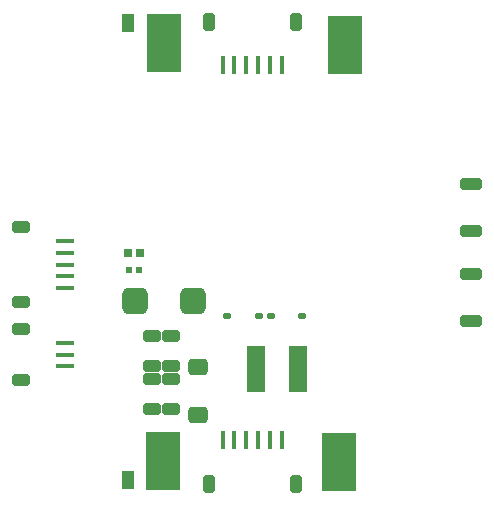
<source format=gtp>
G04*
G04 #@! TF.GenerationSoftware,Altium Limited,Altium Designer,23.8.1 (32)*
G04*
G04 Layer_Color=8421504*
%FSLAX44Y44*%
%MOMM*%
G71*
G04*
G04 #@! TF.SameCoordinates,63047707-2AD3-47D3-9D9A-8CE44674FD2A*
G04*
G04*
G04 #@! TF.FilePolarity,Positive*
G04*
G01*
G75*
%ADD15R,0.8000X0.7000*%
G04:AMPARAMS|DCode=16|XSize=2.16mm|YSize=2.26mm|CornerRadius=0.54mm|HoleSize=0mm|Usage=FLASHONLY|Rotation=0.000|XOffset=0mm|YOffset=0mm|HoleType=Round|Shape=RoundedRectangle|*
%AMROUNDEDRECTD16*
21,1,2.1600,1.1800,0,0,0.0*
21,1,1.0800,2.2600,0,0,0.0*
1,1,1.0800,0.5400,-0.5900*
1,1,1.0800,-0.5400,-0.5900*
1,1,1.0800,-0.5400,0.5900*
1,1,1.0800,0.5400,0.5900*
%
%ADD16ROUNDEDRECTD16*%
G04:AMPARAMS|DCode=17|XSize=0.4mm|YSize=1.5mm|CornerRadius=0.1mm|HoleSize=0mm|Usage=FLASHONLY|Rotation=270.000|XOffset=0mm|YOffset=0mm|HoleType=Round|Shape=RoundedRectangle|*
%AMROUNDEDRECTD17*
21,1,0.4000,1.3000,0,0,270.0*
21,1,0.2000,1.5000,0,0,270.0*
1,1,0.2000,-0.6500,-0.1000*
1,1,0.2000,-0.6500,0.1000*
1,1,0.2000,0.6500,0.1000*
1,1,0.2000,0.6500,-0.1000*
%
%ADD17ROUNDEDRECTD17*%
G04:AMPARAMS|DCode=18|XSize=1mm|YSize=1.5mm|CornerRadius=0.25mm|HoleSize=0mm|Usage=FLASHONLY|Rotation=90.000|XOffset=0mm|YOffset=0mm|HoleType=Round|Shape=RoundedRectangle|*
%AMROUNDEDRECTD18*
21,1,1.0000,1.0000,0,0,90.0*
21,1,0.5000,1.5000,0,0,90.0*
1,1,0.5000,0.5000,0.2500*
1,1,0.5000,0.5000,-0.2500*
1,1,0.5000,-0.5000,-0.2500*
1,1,0.5000,-0.5000,0.2500*
%
%ADD18ROUNDEDRECTD18*%
%ADD19R,0.4682X0.4725*%
%ADD20R,1.0000X1.5000*%
%ADD21R,3.0000X5.0000*%
G04:AMPARAMS|DCode=22|XSize=0.4mm|YSize=1.5mm|CornerRadius=0.1mm|HoleSize=0mm|Usage=FLASHONLY|Rotation=0.000|XOffset=0mm|YOffset=0mm|HoleType=Round|Shape=RoundedRectangle|*
%AMROUNDEDRECTD22*
21,1,0.4000,1.3000,0,0,0.0*
21,1,0.2000,1.5000,0,0,0.0*
1,1,0.2000,0.1000,-0.6500*
1,1,0.2000,-0.1000,-0.6500*
1,1,0.2000,-0.1000,0.6500*
1,1,0.2000,0.1000,0.6500*
%
%ADD22ROUNDEDRECTD22*%
G04:AMPARAMS|DCode=23|XSize=1mm|YSize=1.5mm|CornerRadius=0.25mm|HoleSize=0mm|Usage=FLASHONLY|Rotation=0.000|XOffset=0mm|YOffset=0mm|HoleType=Round|Shape=RoundedRectangle|*
%AMROUNDEDRECTD23*
21,1,1.0000,1.0000,0,0,0.0*
21,1,0.5000,1.5000,0,0,0.0*
1,1,0.5000,0.2500,-0.5000*
1,1,0.5000,-0.2500,-0.5000*
1,1,0.5000,-0.2500,0.5000*
1,1,0.5000,0.2500,0.5000*
%
%ADD23ROUNDEDRECTD23*%
%ADD24R,1.5000X4.0000*%
G04:AMPARAMS|DCode=25|XSize=0.5mm|YSize=0.6mm|CornerRadius=0.125mm|HoleSize=0mm|Usage=FLASHONLY|Rotation=90.000|XOffset=0mm|YOffset=0mm|HoleType=Round|Shape=RoundedRectangle|*
%AMROUNDEDRECTD25*
21,1,0.5000,0.3500,0,0,90.0*
21,1,0.2500,0.6000,0,0,90.0*
1,1,0.2500,0.1750,0.1250*
1,1,0.2500,0.1750,-0.1250*
1,1,0.2500,-0.1750,-0.1250*
1,1,0.2500,-0.1750,0.1250*
%
%ADD25ROUNDEDRECTD25*%
G04:AMPARAMS|DCode=26|XSize=1.016mm|YSize=1.8796mm|CornerRadius=0.254mm|HoleSize=0mm|Usage=FLASHONLY|Rotation=270.000|XOffset=0mm|YOffset=0mm|HoleType=Round|Shape=RoundedRectangle|*
%AMROUNDEDRECTD26*
21,1,1.0160,1.3716,0,0,270.0*
21,1,0.5080,1.8796,0,0,270.0*
1,1,0.5080,-0.6858,-0.2540*
1,1,0.5080,-0.6858,0.2540*
1,1,0.5080,0.6858,0.2540*
1,1,0.5080,0.6858,-0.2540*
%
%ADD26ROUNDEDRECTD26*%
G04:AMPARAMS|DCode=27|XSize=1.5mm|YSize=1mm|CornerRadius=0.25mm|HoleSize=0mm|Usage=FLASHONLY|Rotation=180.000|XOffset=0mm|YOffset=0mm|HoleType=Round|Shape=RoundedRectangle|*
%AMROUNDEDRECTD27*
21,1,1.5000,0.5000,0,0,180.0*
21,1,1.0000,1.0000,0,0,180.0*
1,1,0.5000,-0.5000,0.2500*
1,1,0.5000,0.5000,0.2500*
1,1,0.5000,0.5000,-0.2500*
1,1,0.5000,-0.5000,-0.2500*
%
%ADD27ROUNDEDRECTD27*%
G04:AMPARAMS|DCode=28|XSize=1.397mm|YSize=1.651mm|CornerRadius=0.3493mm|HoleSize=0mm|Usage=FLASHONLY|Rotation=90.000|XOffset=0mm|YOffset=0mm|HoleType=Round|Shape=RoundedRectangle|*
%AMROUNDEDRECTD28*
21,1,1.3970,0.9525,0,0,90.0*
21,1,0.6985,1.6510,0,0,90.0*
1,1,0.6985,0.4763,0.3493*
1,1,0.6985,0.4763,-0.3493*
1,1,0.6985,-0.4763,-0.3493*
1,1,0.6985,-0.4763,0.3493*
%
%ADD28ROUNDEDRECTD28*%
D15*
X-105000Y0D02*
D03*
X-95000D02*
D03*
D16*
X-98806Y-40894D02*
D03*
X-49806D02*
D03*
D17*
X-158750Y9840D02*
D03*
Y-160D02*
D03*
Y-20160D02*
D03*
Y-10160D02*
D03*
Y-30160D02*
D03*
Y-76360D02*
D03*
Y-86360D02*
D03*
Y-96360D02*
D03*
D18*
X-195580Y-41910D02*
D03*
Y21590D02*
D03*
Y-64770D02*
D03*
Y-107950D02*
D03*
D19*
X-95801Y-14478D02*
D03*
X-103843D02*
D03*
D20*
X-105143Y194792D02*
D03*
Y-192812D02*
D03*
D21*
X73152Y-177038D02*
D03*
X-75692Y-176022D02*
D03*
X-74676Y177546D02*
D03*
X78740Y176022D02*
D03*
D22*
X-25000Y158750D02*
D03*
X25000D02*
D03*
X15000D02*
D03*
X-5000D02*
D03*
X5000D02*
D03*
X-15000D02*
D03*
X15000Y-158750D02*
D03*
X-5000D02*
D03*
X5000D02*
D03*
X-15000D02*
D03*
X-25000D02*
D03*
X25000D02*
D03*
D23*
X-36910Y195580D02*
D03*
X36910D02*
D03*
X-36910Y-195580D02*
D03*
X36910D02*
D03*
D24*
X3082Y-98552D02*
D03*
X39082D02*
D03*
D25*
X15916Y-53340D02*
D03*
X42504D02*
D03*
X5674D02*
D03*
X-20914D02*
D03*
D26*
X185420Y57912D02*
D03*
Y18288D02*
D03*
Y-18288D02*
D03*
Y-57912D02*
D03*
D27*
X-68326Y-132588D02*
D03*
X-68325Y-107187D02*
D03*
X-84836Y-132588D02*
D03*
X-84835Y-107187D02*
D03*
X-84836Y-70358D02*
D03*
X-84837Y-95759D02*
D03*
X-68326Y-70358D02*
D03*
X-68327Y-95759D02*
D03*
D28*
X-45720Y-96520D02*
D03*
Y-137160D02*
D03*
M02*

</source>
